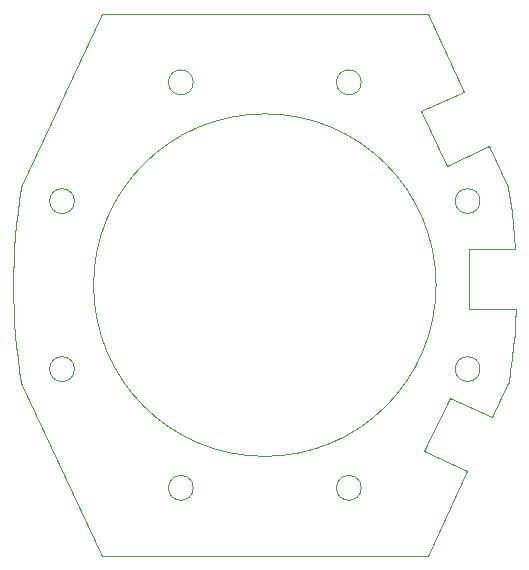
<source format=gbr>
%TF.GenerationSoftware,KiCad,Pcbnew,(5.1.6)-1*%
%TF.CreationDate,2025-07-06T20:35:27+05:30*%
%TF.ProjectId,Project_OAK_TOP_LED_CAVITY_V0,50726f6a-6563-4745-9f4f-414b5f544f50,A*%
%TF.SameCoordinates,Original*%
%TF.FileFunction,Profile,NP*%
%FSLAX46Y46*%
G04 Gerber Fmt 4.6, Leading zero omitted, Abs format (unit mm)*
G04 Created by KiCad (PCBNEW (5.1.6)-1) date 2025-07-06 20:35:27*
%MOMM*%
%LPD*%
G01*
G04 APERTURE LIST*
%TA.AperFunction,Profile*%
%ADD10C,0.100000*%
%TD*%
G04 APERTURE END LIST*
D10*
X87735132Y-95482799D02*
X87735132Y-90418800D01*
X91084533Y-85199493D02*
X91059133Y-85148692D01*
X87735132Y-90418800D02*
X91667207Y-90418800D01*
X87313238Y-77130328D02*
X84249260Y-70535800D01*
X83706121Y-78759349D02*
X87313238Y-77130328D01*
X85887143Y-83405873D02*
X83706121Y-78759349D01*
X91495234Y-88285992D02*
X91379333Y-87255092D01*
X91242434Y-86226092D02*
X91084533Y-85199493D01*
X91590234Y-89318392D02*
X91495234Y-88285992D01*
X91667207Y-90418800D02*
X91664233Y-90352192D01*
X91379333Y-87255092D02*
X91242434Y-86226092D01*
X91059133Y-85148692D02*
X89462237Y-81720056D01*
X64393133Y-110629200D02*
G75*
G03*
X64393133Y-110629200I-1050000J0D01*
G01*
X91664233Y-90352192D02*
X91590234Y-89318392D01*
X78617132Y-110629200D02*
G75*
G03*
X78617132Y-110629200I-1050000J0D01*
G01*
X64393133Y-76288400D02*
G75*
G03*
X64393133Y-76288400I-1050000J0D01*
G01*
X89462237Y-81720056D02*
X85887143Y-83405873D01*
X78617132Y-76288400D02*
G75*
G03*
X78617132Y-76288400I-1050000J0D01*
G01*
X84955131Y-93458800D02*
G75*
G03*
X84955131Y-93458800I-14499999J0D01*
G01*
X88675532Y-100570800D02*
G75*
G03*
X88675532Y-100570800I-1050000J0D01*
G01*
X88675532Y-86346800D02*
G75*
G03*
X88675532Y-86346800I-1050000J0D01*
G01*
X91721113Y-95482800D02*
X87735132Y-95482799D01*
X91719334Y-95529092D02*
X91721113Y-95482800D01*
X91594433Y-97597692D02*
X91667433Y-96563892D01*
X56660272Y-116381800D02*
X84251851Y-116381800D01*
X49666773Y-100690492D02*
X49824672Y-101717192D01*
X49525672Y-87255492D02*
X49410673Y-88286392D01*
X49160773Y-94494391D02*
X49192573Y-95529792D01*
X91092733Y-101717192D02*
X91249633Y-100690292D01*
X89715669Y-104663886D02*
X91053733Y-101781592D01*
X49824672Y-101717192D02*
X49826673Y-101721092D01*
X83936045Y-107514526D02*
X86091289Y-102982174D01*
X84251851Y-116381800D02*
X87567648Y-109228643D01*
X49845942Y-85146792D02*
X49818773Y-85199592D01*
X49192573Y-95529792D02*
X49245372Y-96564492D01*
X87567648Y-109228643D02*
X83936045Y-107514526D01*
X49838472Y-101752292D02*
X56660272Y-116381800D01*
X49149973Y-93458692D02*
X49160773Y-94494391D01*
X49414072Y-98630692D02*
X49529972Y-99661592D01*
X49319273Y-97598191D02*
X49414072Y-98630692D01*
X49191273Y-91387593D02*
X49160072Y-92422992D01*
X91385634Y-99661292D02*
X91500534Y-98630292D01*
X49410673Y-88286392D02*
X49316572Y-89318992D01*
X91249633Y-100690292D02*
X91385634Y-99661292D01*
X49661773Y-86226392D02*
X49525672Y-87255492D01*
X49245372Y-96564492D02*
X49319273Y-97598191D01*
X49243372Y-90352792D02*
X49191273Y-91387593D01*
X49316572Y-89318992D02*
X49243372Y-90352792D01*
X91053733Y-101781592D02*
X91092733Y-101717192D01*
X86091289Y-102982174D02*
X89715669Y-104663886D01*
X49160072Y-92422992D02*
X49149973Y-93458692D01*
X49818773Y-85199592D02*
X49661773Y-86226392D01*
X91667433Y-96563892D02*
X91719334Y-95529092D01*
X91500534Y-98630292D02*
X91594433Y-97597692D01*
X49826673Y-101721092D02*
X49838472Y-101752292D01*
X49529972Y-99661592D02*
X49666773Y-100690492D01*
X54334733Y-100570800D02*
G75*
G03*
X54334733Y-100570800I-1050000J0D01*
G01*
X54334733Y-86346800D02*
G75*
G03*
X54334733Y-86346800I-1050000J0D01*
G01*
X56660522Y-70535800D02*
X49847942Y-85144792D01*
X49847942Y-85144792D02*
X49845942Y-85146792D01*
X84249260Y-70535800D02*
X56660522Y-70535800D01*
M02*

</source>
